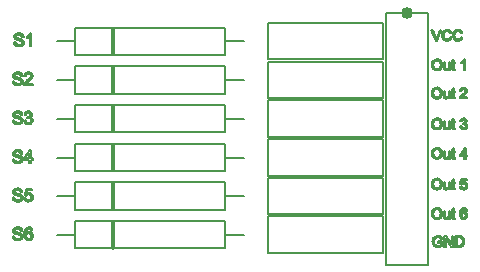
<source format=gto>
%FSLAX33Y33*%
%MOMM*%
%ADD10C,0.15*%
%ADD11C,0.3*%
%ADD12C,0.2032*%
%ADD13C,1.016*%
D10*
%LNtop silkscreen_traces*%
%LNtop silkscreen component aa053b2b8b44c2a7*%
G01*
X5775Y1770D02*
X5775Y4070D01*
X18475Y4070*
X18475Y1770*
X5775Y1770*
X5775Y2920D02*
X4210Y2920D01*
X18475Y2920D02*
X20040Y2920D01*
D11*
X8950Y1840D02*
X8950Y4000D01*
D12*
X0984Y2460D02*
X0984Y2460D01*
X1037Y2468*
X1088Y2481*
X1135Y2499*
X1178Y2522*
X1216Y2550*
X1249Y2581*
X1276Y2617*
X1297Y2655*
X1313Y2695*
X1322Y2736*
X1325Y2778*
X1322Y2820*
X1314Y2859*
X1300Y2896*
X1280Y2931*
X1255Y2962*
X1223Y2991*
X1186Y3017*
X1142Y3040*
X1103Y3055*
X1050Y3072*
X0984Y3089*
X0904Y3108*
X0904Y3108*
X0826Y3128*
X0826Y3128*
X0764Y3147*
X0764Y3147*
X0719Y3166*
X0719Y3166*
X0690Y3185*
X0690Y3185*
X0672Y3205*
X0672Y3205*
X0659Y3228*
X0659Y3228*
X0651Y3253*
X0651Y3253*
X0648Y3281*
X0648Y3281*
X0652Y3313*
X0652Y3313*
X0663Y3343*
X0663Y3343*
X0681Y3370*
X0681Y3370*
X0707Y3395*
X0707Y3395*
X0741Y3416*
X0741Y3416*
X0784Y3430*
X0784Y3430*
X0835Y3439*
X0835Y3439*
X0895Y3442*
X0895Y3442*
X0954Y3439*
X0954Y3439*
X1004Y3429*
X1004Y3429*
X1047Y3413*
X1047Y3413*
X1083Y3390*
X1083Y3390*
X1111Y3361*
X1111Y3361*
X1133Y3326*
X1133Y3326*
X1149Y3284*
X1149Y3284*
X1157Y3237*
X1293Y3247*
X1288Y3292*
X1278Y3336*
X1262Y3377*
X1240Y3415*
X1213Y3450*
X1180Y3481*
X1143Y3507*
X1100Y3528*
X1053Y3545*
X1002Y3557*
X0947Y3564*
X0890Y3567*
X0837Y3564*
X0786Y3557*
X0738Y3546*
X0693Y3530*
X0651Y3510*
X0615Y3485*
X0584Y3456*
X0558Y3423*
X0538Y3387*
X0524Y3350*
X0515Y3311*
X0512Y3271*
X0514Y3235*
X0522Y3201*
X0533Y3168*
X0550Y3138*
X0571Y3109*
X0597Y3083*
X0628Y3059*
X0664Y3038*
X0699Y3022*
X0746Y3005*
X0803Y2988*
X0871Y2971*
X0939Y2954*
X0939Y2954*
X0993Y2940*
X0993Y2940*
X1034Y2928*
X1034Y2928*
X1063Y2919*
X1063Y2919*
X1094Y2905*
X1094Y2905*
X1121Y2890*
X1121Y2890*
X1142Y2873*
X1142Y2873*
X1159Y2855*
X1159Y2855*
X1172Y2835*
X1172Y2835*
X1182Y2814*
X1182Y2814*
X1187Y2791*
X1187Y2791*
X1189Y2767*
X1189Y2766*
X1187Y2742*
X1187Y2742*
X1181Y2718*
X1181Y2718*
X1172Y2696*
X1172Y2696*
X1158Y2674*
X1158Y2674*
X1141Y2654*
X1141Y2654*
X1120Y2637*
X1120Y2637*
X1095Y2621*
X1095Y2621*
X1066Y2608*
X1065Y2608*
X1033Y2597*
X1033Y2597*
X0998Y2590*
X0998Y2590*
X0961Y2585*
X0961Y2585*
X0922Y2584*
X0922Y2584*
X0877Y2586*
X0877Y2586*
X0835Y2592*
X0835Y2592*
X0795Y2602*
X0795Y2602*
X0757Y2616*
X0757Y2616*
X0723Y2633*
X0722Y2633*
X0693Y2652*
X0693Y2652*
X0668Y2675*
X0668Y2675*
X0649Y2699*
X0648Y2699*
X0633Y2727*
X0633Y2727*
X0620Y2758*
X0620Y2758*
X0610Y2793*
X0610Y2793*
X0604Y2831*
X0471Y2820*
X0476Y2768*
X0487Y2718*
X0505Y2671*
X0530Y2627*
X0561Y2587*
X0597Y2553*
X0638Y2524*
X0684Y2500*
X0736Y2481*
X0794Y2468*
X0858Y2460*
X0928Y2457*
X0984Y2460*
X1880Y2460D02*
X1880Y2460D01*
X1924Y2469*
X1966Y2483*
X2005Y2503*
X2041Y2529*
X2073Y2559*
X2101Y2595*
X2125Y2636*
X2144Y2680*
X2158Y2726*
X2166Y2774*
X2169Y2824*
X2163Y2897*
X2145Y2963*
X2117Y3022*
X2076Y3074*
X2027Y3117*
X1974Y3147*
X1915Y3165*
X1852Y3171*
X1815Y3169*
X1778Y3162*
X1743Y3151*
X1708Y3136*
X1675Y3116*
X1644Y3092*
X1617Y3062*
X1591Y3028*
X1591Y3028*
X1594Y3105*
X1594Y3105*
X1601Y3171*
X1601Y3171*
X1612Y3229*
X1612Y3229*
X1628Y3277*
X1628Y3277*
X1648Y3318*
X1648Y3318*
X1671Y3354*
X1671Y3354*
X1697Y3385*
X1697Y3385*
X1726Y3410*
X1726Y3410*
X1751Y3425*
X1751Y3425*
X1778Y3436*
X1778Y3436*
X1807Y3443*
X1807Y3443*
X1837Y3445*
X1837Y3445*
X1875Y3442*
X1875Y3442*
X1910Y3431*
X1910Y3431*
X1941Y3413*
X1941Y3413*
X1969Y3389*
X1970Y3389*
X1985Y3368*
X1985Y3368*
X1998Y3343*
X1998Y3343*
X2010Y3312*
X2010Y3312*
X2019Y3276*
X2149Y3286*
X2137Y3345*
X2117Y3397*
X2089Y3443*
X2053Y3482*
X2009Y3513*
X1960Y3535*
X1906Y3548*
X1845Y3553*
X1765Y3545*
X1693Y3522*
X1630Y3484*
X1575Y3430*
X1525Y3349*
X1489Y3246*
X1468Y3122*
X1461Y2977*
X1467Y2848*
X1487Y2739*
X1519Y2649*
X1565Y2578*
X1620Y2525*
X1684Y2487*
X1754Y2465*
X1833Y2457*
X1880Y2460*
X1612Y2823D02*
X1612Y2823D01*
X1614Y2789*
X1619Y2756*
X1628Y2724*
X1641Y2693*
X1657Y2663*
X1675Y2638*
X1697Y2616*
X1722Y2598*
X1748Y2583*
X1775Y2573*
X1802Y2567*
X1831Y2565*
X1871Y2569*
X1908Y2582*
X1943Y2603*
X1974Y2632*
X2001Y2669*
X2019Y2712*
X2031Y2761*
X2034Y2816*
X2031Y2868*
X2019Y2915*
X2001Y2956*
X1975Y2991*
X1943Y3019*
X1908Y3039*
X1869Y3051*
X1826Y3055*
X1783Y3051*
X1743Y3039*
X1707Y3019*
X1674Y2991*
X1647Y2956*
X1627Y2917*
X1616Y2872*
X1612Y2823*
%LNtop silkscreen component 36decfb3b589174a*%
D10*
X5775Y18145D02*
X5775Y20445D01*
X18475Y20445*
X18475Y18145*
X5775Y18145*
X5775Y19295D02*
X4210Y19295D01*
X18475Y19295D02*
X20040Y19295D01*
D11*
X8950Y18215D02*
X8950Y20375D01*
D12*
X1084Y18885D02*
X1084Y18885D01*
X1137Y18893*
X1188Y18906*
X1235Y18924*
X1278Y18947*
X1316Y18975*
X1349Y19006*
X1376Y19042*
X1397Y19080*
X1413Y19120*
X1422Y19161*
X1425Y19203*
X1422Y19245*
X1414Y19284*
X1400Y19321*
X1380Y19356*
X1355Y19387*
X1323Y19416*
X1286Y19442*
X1242Y19465*
X1203Y19480*
X1150Y19497*
X1084Y19514*
X1004Y19533*
X1004Y19533*
X0926Y19553*
X0926Y19553*
X0864Y19572*
X0864Y19572*
X0819Y19591*
X0819Y19591*
X0790Y19610*
X0790Y19610*
X0772Y19630*
X0772Y19630*
X0759Y19653*
X0759Y19653*
X0751Y19678*
X0751Y19678*
X0748Y19706*
X0748Y19706*
X0752Y19738*
X0752Y19738*
X0763Y19768*
X0763Y19768*
X0781Y19795*
X0781Y19795*
X0807Y19820*
X0807Y19820*
X0841Y19841*
X0841Y19841*
X0884Y19855*
X0884Y19855*
X0935Y19864*
X0935Y19864*
X0995Y19867*
X0995Y19867*
X1054Y19864*
X1054Y19864*
X1104Y19854*
X1104Y19854*
X1147Y19838*
X1147Y19838*
X1183Y19815*
X1183Y19815*
X1211Y19786*
X1211Y19786*
X1233Y19751*
X1233Y19751*
X1249Y19709*
X1249Y19709*
X1257Y19662*
X1393Y19672*
X1388Y19717*
X1378Y19761*
X1362Y19802*
X1340Y19840*
X1313Y19875*
X1280Y19906*
X1243Y19932*
X1200Y19953*
X1153Y19970*
X1102Y19982*
X1047Y19989*
X0990Y19992*
X0937Y19989*
X0886Y19982*
X0838Y19971*
X0793Y19955*
X0751Y19935*
X0715Y19910*
X0684Y19881*
X0658Y19848*
X0638Y19812*
X0624Y19775*
X0615Y19736*
X0612Y19696*
X0614Y19660*
X0622Y19626*
X0633Y19593*
X0650Y19563*
X0671Y19534*
X0697Y19508*
X0728Y19484*
X0764Y19463*
X0799Y19447*
X0846Y19430*
X0903Y19413*
X0971Y19396*
X1039Y19379*
X1039Y19379*
X1093Y19365*
X1093Y19365*
X1134Y19353*
X1134Y19353*
X1163Y19344*
X1163Y19344*
X1194Y19330*
X1194Y19330*
X1221Y19315*
X1221Y19315*
X1242Y19298*
X1242Y19298*
X1259Y19280*
X1259Y19280*
X1272Y19260*
X1272Y19260*
X1282Y19239*
X1282Y19239*
X1287Y19216*
X1287Y19216*
X1289Y19192*
X1289Y19191*
X1287Y19167*
X1287Y19167*
X1281Y19143*
X1281Y19143*
X1272Y19121*
X1272Y19121*
X1258Y19099*
X1258Y19099*
X1241Y19079*
X1241Y19079*
X1220Y19062*
X1220Y19062*
X1195Y19046*
X1195Y19046*
X1166Y19033*
X1165Y19033*
X1133Y19022*
X1133Y19022*
X1098Y19015*
X1098Y19015*
X1061Y19010*
X1061Y19010*
X1022Y19009*
X1022Y19009*
X0977Y19011*
X0977Y19011*
X0935Y19017*
X0935Y19017*
X0895Y19027*
X0895Y19027*
X0857Y19041*
X0857Y19041*
X0823Y19058*
X0822Y19058*
X0793Y19077*
X0793Y19077*
X0768Y19100*
X0768Y19100*
X0749Y19124*
X0748Y19124*
X0733Y19152*
X0733Y19152*
X0720Y19183*
X0720Y19183*
X0710Y19218*
X0710Y19218*
X0704Y19256*
X0571Y19245*
X0576Y19193*
X0587Y19143*
X0605Y19096*
X0630Y19052*
X0661Y19012*
X0697Y18978*
X0738Y18949*
X0784Y18925*
X0836Y18906*
X0894Y18893*
X0958Y18885*
X1028Y18882*
X1084Y18885*
X2062Y19978D02*
X2062Y19978D01*
X1978Y19978*
X1958Y19943*
X1958Y19943*
X1931Y19907*
X1931Y19907*
X1899Y19871*
X1899Y19871*
X1861Y19834*
X1861Y19834*
X1818Y19799*
X1818Y19799*
X1771Y19766*
X1771Y19766*
X1721Y19736*
X1721Y19736*
X1668Y19708*
X1668Y19582*
X1699Y19594*
X1732Y19610*
X1768Y19628*
X1806Y19650*
X1842Y19672*
X1875Y19695*
X1905Y19718*
X1931Y19741*
X1931Y19740*
X1931Y18901*
X2062Y18901*
X2062Y19978*
%LNtop silkscreen component 986be4f80f1d9bf1*%
D10*
X22115Y4652D02*
X22115Y7743D01*
X31835Y7743*
X31835Y4652*
X22115Y4652*
%LNtop silkscreen component 0bb50c3a370a5149*%
X5775Y5045D02*
X5775Y7345D01*
X18475Y7345*
X18475Y5045*
X5775Y5045*
X5775Y6195D02*
X4210Y6195D01*
X18475Y6195D02*
X20040Y6195D01*
D11*
X8950Y5115D02*
X8950Y7275D01*
D12*
X0984Y5735D02*
X0984Y5735D01*
X1037Y5743*
X1088Y5756*
X1135Y5774*
X1178Y5797*
X1216Y5825*
X1249Y5856*
X1276Y5892*
X1297Y5930*
X1313Y5970*
X1322Y6011*
X1325Y6053*
X1322Y6095*
X1314Y6134*
X1300Y6171*
X1280Y6206*
X1255Y6237*
X1223Y6266*
X1186Y6292*
X1142Y6315*
X1103Y6330*
X1050Y6347*
X0984Y6364*
X0904Y6383*
X0904Y6383*
X0826Y6403*
X0826Y6403*
X0764Y6422*
X0764Y6422*
X0719Y6441*
X0719Y6441*
X0690Y6460*
X0690Y6460*
X0672Y6480*
X0672Y6480*
X0659Y6503*
X0659Y6503*
X0651Y6528*
X0651Y6528*
X0648Y6556*
X0648Y6556*
X0652Y6588*
X0652Y6588*
X0663Y6618*
X0663Y6618*
X0681Y6645*
X0681Y6645*
X0707Y6670*
X0707Y6670*
X0741Y6691*
X0741Y6691*
X0784Y6705*
X0784Y6705*
X0835Y6714*
X0835Y6714*
X0895Y6717*
X0895Y6717*
X0954Y6714*
X0954Y6714*
X1004Y6704*
X1004Y6704*
X1047Y6688*
X1047Y6688*
X1083Y6665*
X1083Y6665*
X1111Y6636*
X1111Y6636*
X1133Y6601*
X1133Y6601*
X1149Y6559*
X1149Y6559*
X1157Y6512*
X1293Y6522*
X1288Y6567*
X1278Y6611*
X1262Y6652*
X1240Y6690*
X1213Y6725*
X1180Y6756*
X1143Y6782*
X1100Y6803*
X1053Y6820*
X1002Y6832*
X0947Y6839*
X0890Y6842*
X0837Y6839*
X0786Y6832*
X0738Y6821*
X0693Y6805*
X0651Y6785*
X0615Y6760*
X0584Y6731*
X0558Y6698*
X0538Y6662*
X0524Y6625*
X0515Y6586*
X0512Y6546*
X0514Y6510*
X0522Y6476*
X0533Y6443*
X0550Y6413*
X0571Y6384*
X0597Y6358*
X0628Y6334*
X0664Y6313*
X0699Y6297*
X0746Y6280*
X0803Y6263*
X0871Y6246*
X0939Y6229*
X0939Y6229*
X0993Y6215*
X0993Y6215*
X1034Y6203*
X1034Y6203*
X1063Y6194*
X1063Y6194*
X1094Y6180*
X1094Y6180*
X1121Y6165*
X1121Y6165*
X1142Y6148*
X1142Y6148*
X1159Y6130*
X1159Y6130*
X1172Y6110*
X1172Y6110*
X1182Y6089*
X1182Y6089*
X1187Y6066*
X1187Y6066*
X1189Y6042*
X1189Y6041*
X1187Y6017*
X1187Y6017*
X1181Y5993*
X1181Y5993*
X1172Y5971*
X1172Y5971*
X1158Y5949*
X1158Y5949*
X1141Y5929*
X1141Y5929*
X1120Y5912*
X1120Y5912*
X1095Y5896*
X1095Y5896*
X1066Y5883*
X1065Y5883*
X1033Y5872*
X1033Y5872*
X0998Y5865*
X0998Y5865*
X0961Y5860*
X0961Y5860*
X0922Y5859*
X0922Y5859*
X0877Y5861*
X0877Y5861*
X0835Y5867*
X0835Y5867*
X0795Y5877*
X0795Y5877*
X0757Y5891*
X0757Y5891*
X0723Y5908*
X0722Y5908*
X0693Y5927*
X0693Y5927*
X0668Y5950*
X0668Y5950*
X0649Y5974*
X0648Y5974*
X0633Y6002*
X0633Y6002*
X0620Y6033*
X0620Y6033*
X0610Y6068*
X0610Y6068*
X0604Y6106*
X0471Y6095*
X0476Y6043*
X0487Y5993*
X0505Y5946*
X0530Y5902*
X0561Y5862*
X0597Y5828*
X0638Y5799*
X0684Y5775*
X0736Y5756*
X0794Y5743*
X0858Y5735*
X0928Y5732*
X0984Y5735*
X1895Y5740D02*
X1895Y5740D01*
X1971Y5765*
X2036Y5805*
X2093Y5862*
X2130Y5918*
X2156Y5978*
X2172Y6044*
X2177Y6114*
X2171Y6187*
X2153Y6253*
X2123Y6312*
X2081Y6364*
X2030Y6407*
X1973Y6437*
X1911Y6455*
X1844Y6461*
X1791Y6457*
X1740Y6445*
X1690Y6424*
X1641Y6394*
X1640Y6394*
X1698Y6683*
X1699Y6684*
X2127Y6684*
X2127Y6809*
X1594Y6809*
X1490Y6258*
X1613Y6242*
X1629Y6264*
X1629Y6264*
X1648Y6284*
X1648Y6284*
X1669Y6301*
X1669Y6301*
X1693Y6317*
X1694Y6317*
X1720Y6330*
X1720Y6330*
X1748Y6339*
X1748Y6339*
X1778Y6344*
X1778Y6344*
X1809Y6346*
X1809Y6346*
X1858Y6342*
X1858Y6342*
X1902Y6330*
X1902Y6330*
X1941Y6309*
X1941Y6309*
X1975Y6281*
X1975Y6281*
X2003Y6245*
X2003Y6245*
X2023Y6203*
X2023Y6203*
X2035Y6156*
X2035Y6156*
X2038Y6102*
X2038Y6102*
X2034Y6046*
X2034Y6046*
X2022Y5995*
X2022Y5995*
X2001Y5950*
X2001Y5950*
X1972Y5912*
X1972Y5912*
X1938Y5880*
X1938Y5880*
X1899Y5858*
X1899Y5858*
X1857Y5844*
X1857Y5844*
X1811Y5840*
X1811Y5840*
X1773Y5843*
X1773Y5843*
X1737Y5852*
X1737Y5852*
X1705Y5868*
X1705Y5868*
X1675Y5891*
X1675Y5891*
X1650Y5919*
X1650Y5919*
X1629Y5954*
X1629Y5954*
X1614Y5995*
X1614Y5995*
X1604Y6042*
X1467Y6031*
X1478Y5967*
X1499Y5909*
X1531Y5858*
X1572Y5814*
X1622Y5778*
X1678Y5753*
X1741Y5737*
X1811Y5732*
X1895Y5740*
%LNtop silkscreen component 80dffd5b6eb86aff*%
D10*
X32080Y21710D02*
X35620Y21710D01*
X32080Y21710D02*
X32080Y0390D01*
X35620Y0390*
X35620Y21710*
D13*
X33850Y21718D03*
%LNtop silkscreen component 4f20bd0a8d4d9c9b*%
D10*
X22115Y11205D02*
X22115Y14296D01*
X31835Y14296*
X31835Y11205*
X22115Y11205*
%LNtop silkscreen component c320a72a683a2ea0*%
X5775Y11595D02*
X5775Y13895D01*
X18475Y13895*
X18475Y11595*
X5775Y11595*
X5775Y12745D02*
X4210Y12745D01*
X18475Y12745D02*
X20040Y12745D01*
D11*
X8950Y11665D02*
X8950Y13825D01*
D12*
X0984Y12285D02*
X0984Y12285D01*
X1037Y12293*
X1088Y12306*
X1135Y12324*
X1178Y12347*
X1216Y12375*
X1249Y12406*
X1276Y12442*
X1297Y12480*
X1313Y12520*
X1322Y12561*
X1325Y12603*
X1322Y12645*
X1314Y12684*
X1300Y12721*
X1280Y12756*
X1255Y12787*
X1223Y12816*
X1186Y12842*
X1142Y12865*
X1103Y12880*
X1050Y12897*
X0984Y12914*
X0904Y12933*
X0904Y12933*
X0826Y12953*
X0826Y12953*
X0764Y12972*
X0764Y12972*
X0719Y12991*
X0719Y12991*
X0690Y13010*
X0690Y13010*
X0672Y13030*
X0672Y13030*
X0659Y13053*
X0659Y13053*
X0651Y13078*
X0651Y13078*
X0648Y13106*
X0648Y13106*
X0652Y13138*
X0652Y13138*
X0663Y13168*
X0663Y13168*
X0681Y13195*
X0681Y13195*
X0707Y13220*
X0707Y13220*
X0741Y13241*
X0741Y13241*
X0784Y13255*
X0784Y13255*
X0835Y13264*
X0835Y13264*
X0895Y13267*
X0895Y13267*
X0954Y13264*
X0954Y13264*
X1004Y13254*
X1004Y13254*
X1047Y13238*
X1047Y13238*
X1083Y13215*
X1083Y13215*
X1111Y13186*
X1111Y13186*
X1133Y13151*
X1133Y13151*
X1149Y13109*
X1149Y13109*
X1157Y13062*
X1293Y13072*
X1288Y13117*
X1278Y13161*
X1262Y13202*
X1240Y13240*
X1213Y13275*
X1180Y13306*
X1143Y13332*
X1100Y13353*
X1053Y13370*
X1002Y13382*
X0947Y13389*
X0890Y13392*
X0837Y13389*
X0786Y13382*
X0738Y13371*
X0693Y13355*
X0651Y13335*
X0615Y13310*
X0584Y13281*
X0558Y13248*
X0538Y13212*
X0524Y13175*
X0515Y13136*
X0512Y13096*
X0514Y13060*
X0522Y13026*
X0533Y12993*
X0550Y12963*
X0571Y12934*
X0597Y12908*
X0628Y12884*
X0664Y12863*
X0699Y12847*
X0746Y12830*
X0803Y12813*
X0871Y12796*
X0939Y12779*
X0939Y12779*
X0993Y12765*
X0993Y12765*
X1034Y12753*
X1034Y12753*
X1063Y12744*
X1063Y12744*
X1094Y12730*
X1094Y12730*
X1121Y12715*
X1121Y12715*
X1142Y12698*
X1142Y12698*
X1159Y12680*
X1159Y12680*
X1172Y12660*
X1172Y12660*
X1182Y12639*
X1182Y12639*
X1187Y12616*
X1187Y12616*
X1189Y12592*
X1189Y12591*
X1187Y12567*
X1187Y12567*
X1181Y12543*
X1181Y12543*
X1172Y12521*
X1172Y12521*
X1158Y12499*
X1158Y12499*
X1141Y12479*
X1141Y12479*
X1120Y12462*
X1120Y12462*
X1095Y12446*
X1095Y12446*
X1066Y12433*
X1065Y12433*
X1033Y12422*
X1033Y12422*
X0998Y12415*
X0998Y12415*
X0961Y12410*
X0961Y12410*
X0922Y12409*
X0922Y12409*
X0877Y12411*
X0877Y12411*
X0835Y12417*
X0835Y12417*
X0795Y12427*
X0795Y12427*
X0757Y12441*
X0757Y12441*
X0723Y12458*
X0722Y12458*
X0693Y12477*
X0693Y12477*
X0668Y12500*
X0668Y12500*
X0649Y12524*
X0648Y12524*
X0633Y12552*
X0633Y12552*
X0620Y12583*
X0620Y12583*
X0610Y12618*
X0610Y12618*
X0604Y12656*
X0471Y12645*
X0476Y12593*
X0487Y12543*
X0505Y12496*
X0530Y12452*
X0561Y12412*
X0597Y12378*
X0638Y12349*
X0684Y12325*
X0736Y12306*
X0794Y12293*
X0858Y12285*
X0928Y12282*
X0984Y12285*
X1883Y12288D02*
X1883Y12288D01*
X1951Y12306*
X2012Y12336*
X2067Y12379*
X2112Y12431*
X2144Y12487*
X2163Y12550*
X2169Y12617*
X2166Y12667*
X2156Y12712*
X2140Y12753*
X2117Y12790*
X2088Y12822*
X2053Y12847*
X2014Y12867*
X1969Y12881*
X1969Y12882*
X2003Y12900*
X2033Y12921*
X2058Y12946*
X2079Y12973*
X2096Y13002*
X2107Y13033*
X2114Y13065*
X2117Y13099*
X2114Y13135*
X2107Y13170*
X2095Y13204*
X2077Y13237*
X2056Y13268*
X2030Y13295*
X1999Y13319*
X1965Y13340*
X1927Y13356*
X1887Y13368*
X1846Y13375*
X1803Y13378*
X1742Y13373*
X1686Y13359*
X1635Y13337*
X1590Y13305*
X1551Y13265*
X1520Y13217*
X1496Y13162*
X1481Y13100*
X1611Y13077*
X1621Y13122*
X1621Y13122*
X1635Y13161*
X1635Y13161*
X1654Y13194*
X1654Y13195*
X1677Y13222*
X1677Y13222*
X1705Y13243*
X1705Y13243*
X1735Y13258*
X1735Y13258*
X1769Y13267*
X1769Y13267*
X1806Y13270*
X1806Y13270*
X1843Y13267*
X1843Y13267*
X1876Y13258*
X1877Y13258*
X1906Y13243*
X1906Y13243*
X1933Y13223*
X1933Y13222*
X1954Y13197*
X1954Y13197*
X1970Y13169*
X1970Y13168*
X1979Y13137*
X1979Y13137*
X1982Y13102*
X1982Y13102*
X1978Y13059*
X1978Y13059*
X1965Y13022*
X1965Y13022*
X1944Y12991*
X1944Y12991*
X1915Y12966*
X1914Y12966*
X1880Y12947*
X1880Y12947*
X1843Y12933*
X1843Y12933*
X1804Y12925*
X1804Y12925*
X1763Y12922*
X1763Y12922*
X1758Y12922*
X1758Y12922*
X1753Y12922*
X1753Y12922*
X1748Y12923*
X1748Y12923*
X1742Y12923*
X1727Y12809*
X1753Y12815*
X1753Y12815*
X1778Y12820*
X1778Y12820*
X1800Y12823*
X1800Y12823*
X1820Y12823*
X1820Y12823*
X1864Y12820*
X1864Y12820*
X1903Y12809*
X1903Y12809*
X1939Y12790*
X1939Y12790*
X1971Y12764*
X1971Y12764*
X1997Y12733*
X1997Y12733*
X2016Y12697*
X2016Y12697*
X2027Y12658*
X2027Y12658*
X2030Y12614*
X2030Y12614*
X2026Y12568*
X2026Y12568*
X2014Y12527*
X2014Y12526*
X1994Y12488*
X1994Y12488*
X1966Y12454*
X1966Y12454*
X1932Y12426*
X1932Y12426*
X1895Y12406*
X1895Y12406*
X1854Y12394*
X1854Y12394*
X1809Y12390*
X1809Y12390*
X1771Y12393*
X1771Y12393*
X1736Y12402*
X1736Y12402*
X1704Y12417*
X1704Y12417*
X1675Y12439*
X1675Y12439*
X1650Y12468*
X1650Y12468*
X1629Y12504*
X1629Y12504*
X1611Y12549*
X1611Y12549*
X1598Y12600*
X1467Y12583*
X1479Y12520*
X1500Y12462*
X1532Y12411*
X1574Y12366*
X1623Y12329*
X1679Y12302*
X1740Y12287*
X1808Y12281*
X1883Y12288*
%LNtop silkscreen component 15e11586f61a9aeb*%
D10*
X5775Y14870D02*
X5775Y17170D01*
X18475Y17170*
X18475Y14870*
X5775Y14870*
X5775Y16020D02*
X4210Y16020D01*
X18475Y16020D02*
X20040Y16020D01*
D11*
X8950Y14940D02*
X8950Y17100D01*
D12*
X0984Y15585D02*
X0984Y15585D01*
X1037Y15593*
X1088Y15606*
X1135Y15624*
X1178Y15647*
X1216Y15675*
X1249Y15706*
X1276Y15742*
X1297Y15780*
X1313Y15820*
X1322Y15861*
X1325Y15903*
X1322Y15945*
X1314Y15984*
X1300Y16021*
X1280Y16056*
X1255Y16087*
X1223Y16116*
X1186Y16142*
X1142Y16165*
X1103Y16180*
X1050Y16197*
X0984Y16214*
X0904Y16233*
X0904Y16233*
X0826Y16253*
X0826Y16253*
X0764Y16272*
X0764Y16272*
X0719Y16291*
X0719Y16291*
X0690Y16310*
X0690Y16310*
X0672Y16330*
X0672Y16330*
X0659Y16353*
X0659Y16353*
X0651Y16378*
X0651Y16378*
X0648Y16406*
X0648Y16406*
X0652Y16438*
X0652Y16438*
X0663Y16468*
X0663Y16468*
X0681Y16495*
X0681Y16495*
X0707Y16520*
X0707Y16520*
X0741Y16541*
X0741Y16541*
X0784Y16555*
X0784Y16555*
X0835Y16564*
X0835Y16564*
X0895Y16567*
X0895Y16567*
X0954Y16564*
X0954Y16564*
X1004Y16554*
X1004Y16554*
X1047Y16538*
X1047Y16538*
X1083Y16515*
X1083Y16515*
X1111Y16486*
X1111Y16486*
X1133Y16451*
X1133Y16451*
X1149Y16409*
X1149Y16409*
X1157Y16362*
X1293Y16372*
X1288Y16417*
X1278Y16461*
X1262Y16502*
X1240Y16540*
X1213Y16575*
X1180Y16606*
X1143Y16632*
X1100Y16653*
X1053Y16670*
X1002Y16682*
X0947Y16689*
X0890Y16692*
X0837Y16689*
X0786Y16682*
X0738Y16671*
X0693Y16655*
X0651Y16635*
X0615Y16610*
X0584Y16581*
X0558Y16548*
X0538Y16512*
X0524Y16475*
X0515Y16436*
X0512Y16396*
X0514Y16360*
X0522Y16326*
X0533Y16293*
X0550Y16263*
X0571Y16234*
X0597Y16208*
X0628Y16184*
X0664Y16163*
X0699Y16147*
X0746Y16130*
X0803Y16113*
X0871Y16096*
X0939Y16079*
X0939Y16079*
X0993Y16065*
X0993Y16065*
X1034Y16053*
X1034Y16053*
X1063Y16044*
X1063Y16044*
X1094Y16030*
X1094Y16030*
X1121Y16015*
X1121Y16015*
X1142Y15998*
X1142Y15998*
X1159Y15980*
X1159Y15980*
X1172Y15960*
X1172Y15960*
X1182Y15939*
X1182Y15939*
X1187Y15916*
X1187Y15916*
X1189Y15892*
X1189Y15891*
X1187Y15867*
X1187Y15867*
X1181Y15843*
X1181Y15843*
X1172Y15821*
X1172Y15821*
X1158Y15799*
X1158Y15799*
X1141Y15779*
X1141Y15779*
X1120Y15762*
X1120Y15762*
X1095Y15746*
X1095Y15746*
X1066Y15733*
X1065Y15733*
X1033Y15722*
X1033Y15722*
X0998Y15715*
X0998Y15715*
X0961Y15710*
X0961Y15710*
X0922Y15709*
X0922Y15709*
X0877Y15711*
X0877Y15711*
X0835Y15717*
X0835Y15717*
X0795Y15727*
X0795Y15727*
X0757Y15741*
X0757Y15741*
X0723Y15758*
X0722Y15758*
X0693Y15777*
X0693Y15777*
X0668Y15800*
X0668Y15800*
X0649Y15824*
X0648Y15824*
X0633Y15852*
X0633Y15852*
X0620Y15883*
X0620Y15883*
X0610Y15918*
X0610Y15918*
X0604Y15956*
X0471Y15945*
X0476Y15893*
X0487Y15843*
X0505Y15796*
X0530Y15752*
X0561Y15712*
X0597Y15678*
X0638Y15649*
X0684Y15625*
X0736Y15606*
X0794Y15593*
X0858Y15585*
X0928Y15582*
X0984Y15585*
X2158Y15726D02*
X2158Y15726D01*
X1632Y15726*
X1632Y15727*
X1644Y15745*
X1644Y15745*
X1657Y15763*
X1657Y15763*
X1671Y15781*
X1671Y15781*
X1688Y15798*
X1688Y15798*
X1710Y15820*
X1710Y15820*
X1742Y15850*
X1742Y15850*
X1786Y15888*
X1786Y15888*
X1840Y15934*
X1906Y15990*
X1962Y16041*
X2007Y16085*
X2043Y16123*
X2071Y16157*
X2096Y16190*
X2115Y16222*
X2131Y16254*
X2142Y16285*
X2150Y16316*
X2155Y16348*
X2157Y16380*
X2151Y16441*
X2134Y16496*
X2106Y16547*
X2067Y16592*
X2018Y16629*
X1961Y16656*
X1896Y16672*
X1823Y16678*
X1750Y16673*
X1685Y16658*
X1628Y16633*
X1579Y16598*
X1539Y16554*
X1508Y16501*
X1486Y16439*
X1475Y16368*
X1609Y16354*
X1613Y16402*
X1613Y16402*
X1624Y16444*
X1624Y16444*
X1642Y16481*
X1642Y16481*
X1667Y16512*
X1667Y16512*
X1698Y16537*
X1698Y16537*
X1734Y16555*
X1734Y16555*
X1774Y16566*
X1774Y16566*
X1820Y16570*
X1820Y16570*
X1863Y16566*
X1863Y16566*
X1901Y16556*
X1902Y16556*
X1936Y16539*
X1936Y16539*
X1966Y16516*
X1966Y16516*
X1991Y16487*
X1991Y16487*
X2008Y16455*
X2008Y16455*
X2019Y16421*
X2019Y16421*
X2022Y16383*
X2022Y16383*
X2019Y16345*
X2019Y16345*
X2007Y16306*
X2007Y16306*
X1988Y16266*
X1988Y16265*
X1961Y16224*
X1961Y16224*
X1923Y16178*
X1923Y16178*
X1871Y16125*
X1871Y16125*
X1805Y16065*
X1805Y16065*
X1724Y15997*
X1724Y15997*
X1671Y15952*
X1625Y15910*
X1585Y15871*
X1552Y15834*
X1524Y15799*
X1500Y15763*
X1481Y15727*
X1465Y15691*
X1458Y15669*
X1453Y15647*
X1450Y15624*
X1450Y15601*
X2158Y15601*
X2158Y15726*
%LNtop silkscreen component 8a836d5557ec19b0*%
D10*
X22115Y1376D02*
X22115Y4466D01*
X31835Y4466*
X31835Y1376*
X22115Y1376*
%LNtop silkscreen component 865dd7107b8a0880*%
X5775Y8300D02*
X5775Y10600D01*
X18475Y10600*
X18475Y8300*
X5775Y8300*
X5775Y9450D02*
X4210Y9450D01*
X18475Y9450D02*
X20040Y9450D01*
D11*
X8950Y8370D02*
X8950Y10530D01*
D12*
X0984Y8990D02*
X0984Y8990D01*
X1037Y8998*
X1088Y9011*
X1135Y9029*
X1178Y9052*
X1216Y9080*
X1249Y9111*
X1276Y9147*
X1297Y9185*
X1313Y9225*
X1322Y9266*
X1325Y9308*
X1322Y9350*
X1314Y9389*
X1300Y9426*
X1280Y9461*
X1255Y9492*
X1223Y9521*
X1186Y9547*
X1142Y9570*
X1103Y9585*
X1050Y9602*
X0984Y9619*
X0904Y9638*
X0904Y9638*
X0826Y9658*
X0826Y9658*
X0764Y9677*
X0764Y9677*
X0719Y9696*
X0719Y9696*
X0690Y9715*
X0690Y9715*
X0672Y9735*
X0672Y9735*
X0659Y9758*
X0659Y9758*
X0651Y9783*
X0651Y9783*
X0648Y9811*
X0648Y9811*
X0652Y9843*
X0652Y9843*
X0663Y9873*
X0663Y9873*
X0681Y9900*
X0681Y9900*
X0707Y9925*
X0707Y9925*
X0741Y9946*
X0741Y9946*
X0784Y9960*
X0784Y9960*
X0835Y9969*
X0835Y9969*
X0895Y9972*
X0895Y9972*
X0954Y9969*
X0954Y9969*
X1004Y9959*
X1004Y9959*
X1047Y9943*
X1047Y9943*
X1083Y9920*
X1083Y9920*
X1111Y9891*
X1111Y9891*
X1133Y9856*
X1133Y9856*
X1149Y9814*
X1149Y9814*
X1157Y9767*
X1293Y9777*
X1288Y9822*
X1278Y9866*
X1262Y9907*
X1240Y9945*
X1213Y9980*
X1180Y10011*
X1143Y10037*
X1100Y10058*
X1053Y10075*
X1002Y10087*
X0947Y10094*
X0890Y10097*
X0837Y10094*
X0786Y10087*
X0738Y10076*
X0693Y10060*
X0651Y10040*
X0615Y10015*
X0584Y9986*
X0558Y9953*
X0538Y9917*
X0524Y9880*
X0515Y9841*
X0512Y9801*
X0514Y9765*
X0522Y9731*
X0533Y9698*
X0550Y9668*
X0571Y9639*
X0597Y9613*
X0628Y9589*
X0664Y9568*
X0699Y9552*
X0746Y9535*
X0803Y9518*
X0871Y9501*
X0939Y9484*
X0939Y9484*
X0993Y9470*
X0993Y9470*
X1034Y9458*
X1034Y9458*
X1063Y9449*
X1063Y9449*
X1094Y9435*
X1094Y9435*
X1121Y9420*
X1121Y9420*
X1142Y9403*
X1142Y9403*
X1159Y9385*
X1159Y9385*
X1172Y9365*
X1172Y9365*
X1182Y9344*
X1182Y9344*
X1187Y9321*
X1187Y9321*
X1189Y9297*
X1189Y9296*
X1187Y9272*
X1187Y9272*
X1181Y9248*
X1181Y9248*
X1172Y9226*
X1172Y9226*
X1158Y9204*
X1158Y9204*
X1141Y9184*
X1141Y9184*
X1120Y9167*
X1120Y9167*
X1095Y9151*
X1095Y9151*
X1066Y9138*
X1065Y9138*
X1033Y9127*
X1033Y9127*
X0998Y9120*
X0998Y9120*
X0961Y9115*
X0961Y9115*
X0922Y9114*
X0922Y9114*
X0877Y9116*
X0877Y9116*
X0835Y9122*
X0835Y9122*
X0795Y9132*
X0795Y9132*
X0757Y9146*
X0757Y9146*
X0723Y9163*
X0722Y9163*
X0693Y9182*
X0693Y9182*
X0668Y9205*
X0668Y9205*
X0649Y9229*
X0648Y9229*
X0633Y9257*
X0633Y9257*
X0620Y9288*
X0620Y9288*
X0610Y9323*
X0610Y9323*
X0604Y9361*
X0471Y9350*
X0476Y9298*
X0487Y9248*
X0505Y9201*
X0530Y9157*
X0561Y9117*
X0597Y9083*
X0638Y9054*
X0684Y9030*
X0736Y9011*
X0794Y8998*
X0858Y8990*
X0928Y8987*
X0984Y8990*
X2020Y9262D02*
X2020Y9262D01*
X2020Y9263*
X2165Y9263*
X2165Y9382*
X2020Y9382*
X2020Y9383*
X2020Y10078*
X1913Y10078*
X1423Y9383*
X1423Y9263*
X1889Y9263*
X1889Y9262*
X1889Y9006*
X2020Y9006*
X2020Y9262*
X1888Y9865D02*
X1888Y9865D01*
X1553Y9383*
X1888Y9383*
X1888Y9865*
%LNtop silkscreen component fb8cf3b87e344d74*%
D10*
X22115Y17759D02*
X22115Y20849D01*
X31835Y20849*
X31835Y17759*
X22115Y17759*
%LNtop silkscreen component 0cc1bf44659db686*%
X22115Y7929D02*
X22115Y11020D01*
X31835Y11020*
X31835Y7929*
X22115Y7929*
%LNtop silkscreen component 7225d21d50f4679b*%
X22115Y14482D02*
X22115Y17573D01*
X31835Y17573*
X31835Y14482*
X22115Y14482*
%LNtext*%
D12*
X36454Y16854D02*
X36454Y16854D01*
X36510Y16864*
X36565Y16882*
X36617Y16906*
X36665Y16937*
X36707Y16975*
X36744Y17020*
X36775Y17071*
X36799Y17127*
X36816Y17187*
X36827Y17251*
X36830Y17318*
X36827Y17385*
X36817Y17447*
X36800Y17507*
X36777Y17562*
X36748Y17613*
X36712Y17658*
X36671Y17697*
X36623Y17730*
X36571Y17756*
X36516Y17775*
X36458Y17786*
X36397Y17790*
X36305Y17782*
X36222Y17758*
X36148Y17718*
X36083Y17662*
X36030Y17592*
X35992Y17509*
X35969Y17415*
X35962Y17308*
X35965Y17249*
X35975Y17191*
X35991Y17135*
X36014Y17081*
X36043Y17030*
X36078Y16985*
X36119Y16946*
X36167Y16912*
X36219Y16885*
X36275Y16865*
X36334Y16854*
X36396Y16850*
X36454Y16854*
X36085Y17306D02*
X36085Y17306D01*
X36091Y17228*
X36108Y17159*
X36135Y17099*
X36174Y17047*
X36221Y17006*
X36273Y16976*
X36332Y16958*
X36395Y16952*
X36460Y16958*
X36519Y16976*
X36572Y17006*
X36619Y17048*
X36657Y17101*
X36685Y17163*
X36701Y17236*
X36707Y17319*
X36704Y17373*
X36697Y17423*
X36686Y17470*
X36669Y17513*
X36648Y17552*
X36623Y17586*
X36593Y17616*
X36559Y17641*
X36522Y17661*
X36483Y17675*
X36441Y17684*
X36397Y17687*
X36336Y17681*
X36279Y17665*
X36226Y17637*
X36178Y17599*
X36137Y17548*
X36108Y17482*
X36091Y17401*
X36085Y17306*
X37257Y16858D02*
X37257Y16858D01*
X37312Y16878*
X37361Y16913*
X37403Y16962*
X37404Y16962*
X37404Y16866*
X37503Y16866*
X37503Y17523*
X37392Y17523*
X37392Y17171*
X37392Y17171*
X37391Y17131*
X37391Y17131*
X37387Y17096*
X37387Y17096*
X37382Y17067*
X37382Y17067*
X37374Y17042*
X37374Y17042*
X37363Y17021*
X37363Y17021*
X37349Y17002*
X37349Y17002*
X37332Y16986*
X37332Y16986*
X37311Y16972*
X37311Y16972*
X37289Y16960*
X37289Y16960*
X37265Y16952*
X37265Y16952*
X37241Y16947*
X37241Y16947*
X37217Y16946*
X37217Y16946*
X37192Y16947*
X37192Y16947*
X37170Y16952*
X37170Y16952*
X37150Y16960*
X37150Y16960*
X37132Y16971*
X37132Y16971*
X37116Y16985*
X37116Y16985*
X37104Y17001*
X37104Y17001*
X37094Y17019*
X37094Y17019*
X37087Y17040*
X37087Y17040*
X37084Y17059*
X37084Y17059*
X37082Y17085*
X37082Y17085*
X37081Y17118*
X37081Y17118*
X37080Y17158*
X37080Y17158*
X37080Y17523*
X36970Y17523*
X36970Y17116*
X36970Y17082*
X36971Y17054*
X36973Y17030*
X36976Y17011*
X36982Y16988*
X36990Y16966*
X36999Y16947*
X37011Y16929*
X37025Y16913*
X37042Y16898*
X37062Y16885*
X37086Y16873*
X37111Y16863*
X37138Y16856*
X37166Y16852*
X37194Y16851*
X37257Y16858*
X37873Y16857D02*
X37873Y16857D01*
X37893Y16859*
X37915Y16862*
X37937Y16867*
X37921Y16964*
X37907Y16962*
X37907Y16962*
X37894Y16961*
X37894Y16961*
X37883Y16960*
X37883Y16960*
X37873Y16960*
X37873Y16960*
X37861Y16960*
X37861Y16960*
X37851Y16962*
X37851Y16962*
X37842Y16965*
X37842Y16965*
X37834Y16968*
X37834Y16968*
X37828Y16973*
X37828Y16973*
X37823Y16978*
X37823Y16978*
X37818Y16984*
X37818Y16984*
X37815Y16990*
X37815Y16990*
X37812Y16999*
X37812Y16999*
X37810Y17012*
X37810Y17012*
X37809Y17030*
X37809Y17030*
X37809Y17052*
X37809Y17052*
X37809Y17437*
X37809Y17437*
X37921Y17437*
X37921Y17523*
X37809Y17523*
X37809Y17523*
X37809Y17753*
X37699Y17686*
X37699Y17523*
X37699Y17523*
X37617Y17523*
X37617Y17437*
X37699Y17437*
X37699Y17437*
X37699Y17058*
X37700Y17012*
X37702Y16975*
X37707Y16946*
X37712Y16926*
X37721Y16911*
X37731Y16898*
X37744Y16886*
X37759Y16876*
X37778Y16868*
X37800Y16862*
X37825Y16858*
X37853Y16857*
X37873Y16857*
X38773Y17777D02*
X38773Y17777D01*
X38701Y17777*
X38684Y17748*
X38684Y17748*
X38662Y17718*
X38662Y17718*
X38635Y17687*
X38635Y17687*
X38602Y17656*
X38602Y17656*
X38566Y17626*
X38566Y17626*
X38526Y17598*
X38526Y17598*
X38484Y17572*
X38484Y17572*
X38439Y17549*
X38439Y17442*
X38465Y17453*
X38493Y17466*
X38524Y17482*
X38555Y17500*
X38587Y17519*
X38615Y17538*
X38639Y17557*
X38661Y17577*
X38662Y17577*
X38662Y16866*
X38773Y16866*
X38773Y17777*
X36454Y6754D02*
X36454Y6754D01*
X36510Y6764*
X36565Y6782*
X36617Y6806*
X36665Y6837*
X36707Y6875*
X36744Y6920*
X36775Y6971*
X36799Y7027*
X36816Y7087*
X36827Y7151*
X36830Y7218*
X36827Y7285*
X36817Y7347*
X36800Y7407*
X36777Y7462*
X36748Y7513*
X36712Y7558*
X36671Y7597*
X36623Y7630*
X36571Y7656*
X36516Y7675*
X36458Y7686*
X36397Y7690*
X36305Y7682*
X36222Y7658*
X36148Y7618*
X36083Y7562*
X36030Y7492*
X35992Y7409*
X35969Y7315*
X35962Y7208*
X35965Y7149*
X35975Y7091*
X35991Y7035*
X36014Y6981*
X36043Y6930*
X36078Y6885*
X36119Y6846*
X36167Y6812*
X36219Y6785*
X36275Y6765*
X36334Y6754*
X36396Y6750*
X36454Y6754*
X36085Y7206D02*
X36085Y7206D01*
X36091Y7128*
X36108Y7059*
X36135Y6999*
X36174Y6947*
X36221Y6906*
X36273Y6876*
X36332Y6858*
X36395Y6852*
X36460Y6858*
X36519Y6876*
X36572Y6906*
X36619Y6948*
X36657Y7001*
X36685Y7063*
X36701Y7136*
X36707Y7219*
X36704Y7273*
X36697Y7323*
X36686Y7370*
X36669Y7413*
X36648Y7452*
X36623Y7486*
X36593Y7516*
X36559Y7541*
X36522Y7561*
X36483Y7575*
X36441Y7584*
X36397Y7587*
X36336Y7581*
X36279Y7565*
X36226Y7537*
X36178Y7499*
X36137Y7448*
X36108Y7382*
X36091Y7301*
X36085Y7206*
X37257Y6758D02*
X37257Y6758D01*
X37312Y6778*
X37361Y6813*
X37403Y6862*
X37404Y6862*
X37404Y6766*
X37503Y6766*
X37503Y7423*
X37392Y7423*
X37392Y7071*
X37392Y7071*
X37391Y7031*
X37391Y7031*
X37387Y6996*
X37387Y6996*
X37382Y6967*
X37382Y6967*
X37374Y6942*
X37374Y6942*
X37363Y6921*
X37363Y6921*
X37349Y6902*
X37349Y6902*
X37332Y6886*
X37332Y6886*
X37311Y6872*
X37311Y6872*
X37289Y6860*
X37289Y6860*
X37265Y6852*
X37265Y6852*
X37241Y6847*
X37241Y6847*
X37217Y6846*
X37217Y6846*
X37192Y6847*
X37192Y6847*
X37170Y6852*
X37170Y6852*
X37150Y6860*
X37150Y6860*
X37132Y6871*
X37132Y6871*
X37116Y6885*
X37116Y6885*
X37104Y6901*
X37104Y6901*
X37094Y6919*
X37094Y6919*
X37087Y6940*
X37087Y6940*
X37084Y6959*
X37084Y6959*
X37082Y6985*
X37082Y6985*
X37081Y7018*
X37081Y7018*
X37080Y7058*
X37080Y7058*
X37080Y7423*
X36970Y7423*
X36970Y7016*
X36970Y6982*
X36971Y6954*
X36973Y6930*
X36976Y6911*
X36982Y6888*
X36990Y6866*
X36999Y6847*
X37011Y6829*
X37025Y6813*
X37042Y6798*
X37062Y6785*
X37086Y6773*
X37111Y6763*
X37138Y6756*
X37166Y6752*
X37194Y6751*
X37257Y6758*
X37873Y6757D02*
X37873Y6757D01*
X37893Y6759*
X37915Y6762*
X37937Y6767*
X37921Y6864*
X37907Y6862*
X37907Y6862*
X37894Y6861*
X37894Y6861*
X37883Y6860*
X37883Y6860*
X37873Y6860*
X37873Y6860*
X37861Y6860*
X37861Y6860*
X37851Y6862*
X37851Y6862*
X37842Y6865*
X37842Y6865*
X37834Y6868*
X37834Y6868*
X37828Y6873*
X37828Y6873*
X37823Y6878*
X37823Y6878*
X37818Y6884*
X37818Y6884*
X37815Y6890*
X37815Y6890*
X37812Y6899*
X37812Y6899*
X37810Y6912*
X37810Y6912*
X37809Y6930*
X37809Y6930*
X37809Y6952*
X37809Y6952*
X37809Y7337*
X37809Y7337*
X37921Y7337*
X37921Y7423*
X37809Y7423*
X37809Y7423*
X37809Y7653*
X37699Y7586*
X37699Y7423*
X37699Y7423*
X37617Y7423*
X37617Y7337*
X37699Y7337*
X37699Y7337*
X37699Y6958*
X37700Y6912*
X37702Y6875*
X37707Y6846*
X37712Y6826*
X37721Y6811*
X37731Y6798*
X37744Y6786*
X37759Y6776*
X37778Y6768*
X37800Y6762*
X37825Y6758*
X37853Y6757*
X37873Y6757*
X38716Y6757D02*
X38716Y6757D01*
X38780Y6778*
X38835Y6812*
X38883Y6860*
X38914Y6907*
X38937Y6958*
X38950Y7014*
X38955Y7073*
X38950Y7135*
X38934Y7191*
X38909Y7241*
X38873Y7285*
X38830Y7321*
X38782Y7347*
X38730Y7362*
X38673Y7367*
X38628Y7364*
X38585Y7353*
X38542Y7335*
X38501Y7310*
X38500Y7310*
X38549Y7555*
X38550Y7556*
X38912Y7556*
X38912Y7661*
X38461Y7661*
X38373Y7195*
X38477Y7182*
X38490Y7200*
X38490Y7200*
X38506Y7217*
X38506Y7217*
X38525Y7232*
X38525Y7232*
X38545Y7245*
X38545Y7245*
X38568Y7256*
X38568Y7256*
X38591Y7264*
X38591Y7264*
X38616Y7268*
X38616Y7268*
X38643Y7270*
X38643Y7270*
X38684Y7266*
X38684Y7266*
X38721Y7256*
X38722Y7256*
X38755Y7239*
X38755Y7239*
X38784Y7214*
X38784Y7214*
X38807Y7184*
X38807Y7184*
X38824Y7149*
X38824Y7149*
X38834Y7109*
X38834Y7109*
X38837Y7063*
X38837Y7063*
X38834Y7015*
X38834Y7015*
X38823Y6973*
X38823Y6973*
X38806Y6935*
X38806Y6935*
X38781Y6902*
X38781Y6902*
X38752Y6875*
X38752Y6875*
X38719Y6856*
X38719Y6856*
X38684Y6845*
X38683Y6845*
X38645Y6841*
X38645Y6841*
X38612Y6843*
X38612Y6843*
X38582Y6852*
X38582Y6852*
X38555Y6865*
X38555Y6865*
X38530Y6884*
X38530Y6884*
X38508Y6908*
X38508Y6908*
X38491Y6938*
X38491Y6938*
X38478Y6973*
X38478Y6973*
X38469Y7013*
X38353Y7003*
X38363Y6949*
X38381Y6900*
X38408Y6857*
X38443Y6819*
X38485Y6789*
X38532Y6767*
X38586Y6754*
X38645Y6750*
X38716Y6757*
X36454Y11854D02*
X36454Y11854D01*
X36510Y11864*
X36565Y11882*
X36617Y11906*
X36665Y11937*
X36707Y11975*
X36744Y12020*
X36775Y12071*
X36799Y12127*
X36816Y12187*
X36827Y12251*
X36830Y12318*
X36827Y12385*
X36817Y12447*
X36800Y12507*
X36777Y12562*
X36748Y12613*
X36712Y12658*
X36671Y12697*
X36623Y12730*
X36571Y12756*
X36516Y12775*
X36458Y12786*
X36397Y12790*
X36305Y12782*
X36222Y12758*
X36148Y12718*
X36083Y12662*
X36030Y12592*
X35992Y12509*
X35969Y12415*
X35962Y12308*
X35965Y12249*
X35975Y12191*
X35991Y12135*
X36014Y12081*
X36043Y12030*
X36078Y11985*
X36119Y11946*
X36167Y11912*
X36219Y11885*
X36275Y11865*
X36334Y11854*
X36396Y11850*
X36454Y11854*
X36085Y12306D02*
X36085Y12306D01*
X36091Y12228*
X36108Y12159*
X36135Y12099*
X36174Y12047*
X36221Y12006*
X36273Y11976*
X36332Y11958*
X36395Y11952*
X36460Y11958*
X36519Y11976*
X36572Y12006*
X36619Y12048*
X36657Y12101*
X36685Y12163*
X36701Y12236*
X36707Y12319*
X36704Y12373*
X36697Y12423*
X36686Y12470*
X36669Y12513*
X36648Y12552*
X36623Y12586*
X36593Y12616*
X36559Y12641*
X36522Y12661*
X36483Y12675*
X36441Y12684*
X36397Y12687*
X36336Y12681*
X36279Y12665*
X36226Y12637*
X36178Y12599*
X36137Y12548*
X36108Y12482*
X36091Y12401*
X36085Y12306*
X37257Y11858D02*
X37257Y11858D01*
X37312Y11878*
X37361Y11913*
X37403Y11962*
X37404Y11962*
X37404Y11866*
X37503Y11866*
X37503Y12523*
X37392Y12523*
X37392Y12171*
X37392Y12171*
X37391Y12131*
X37391Y12131*
X37387Y12096*
X37387Y12096*
X37382Y12067*
X37382Y12067*
X37374Y12042*
X37374Y12042*
X37363Y12021*
X37363Y12021*
X37349Y12002*
X37349Y12002*
X37332Y11986*
X37332Y11986*
X37311Y11972*
X37311Y11972*
X37289Y11960*
X37289Y11960*
X37265Y11952*
X37265Y11952*
X37241Y11947*
X37241Y11947*
X37217Y11946*
X37217Y11946*
X37192Y11947*
X37192Y11947*
X37170Y11952*
X37170Y11952*
X37150Y11960*
X37150Y11960*
X37132Y11971*
X37132Y11971*
X37116Y11985*
X37116Y11985*
X37104Y12001*
X37104Y12001*
X37094Y12019*
X37094Y12019*
X37087Y12040*
X37087Y12040*
X37084Y12059*
X37084Y12059*
X37082Y12085*
X37082Y12085*
X37081Y12118*
X37081Y12118*
X37080Y12158*
X37080Y12158*
X37080Y12523*
X36970Y12523*
X36970Y12116*
X36970Y12082*
X36971Y12054*
X36973Y12030*
X36976Y12011*
X36982Y11988*
X36990Y11966*
X36999Y11947*
X37011Y11929*
X37025Y11913*
X37042Y11898*
X37062Y11885*
X37086Y11873*
X37111Y11863*
X37138Y11856*
X37166Y11852*
X37194Y11851*
X37257Y11858*
X37873Y11857D02*
X37873Y11857D01*
X37893Y11859*
X37915Y11862*
X37937Y11867*
X37921Y11964*
X37907Y11962*
X37907Y11962*
X37894Y11961*
X37894Y11961*
X37883Y11960*
X37883Y11960*
X37873Y11960*
X37873Y11960*
X37861Y11960*
X37861Y11960*
X37851Y11962*
X37851Y11962*
X37842Y11965*
X37842Y11965*
X37834Y11968*
X37834Y11968*
X37828Y11973*
X37828Y11973*
X37823Y11978*
X37823Y11978*
X37818Y11984*
X37818Y11984*
X37815Y11990*
X37815Y11990*
X37812Y11999*
X37812Y11999*
X37810Y12012*
X37810Y12012*
X37809Y12030*
X37809Y12030*
X37809Y12052*
X37809Y12052*
X37809Y12437*
X37809Y12437*
X37921Y12437*
X37921Y12523*
X37809Y12523*
X37809Y12523*
X37809Y12753*
X37699Y12686*
X37699Y12523*
X37699Y12523*
X37617Y12523*
X37617Y12437*
X37699Y12437*
X37699Y12437*
X37699Y12058*
X37700Y12012*
X37702Y11975*
X37707Y11946*
X37712Y11926*
X37721Y11911*
X37731Y11898*
X37744Y11886*
X37759Y11876*
X37778Y11868*
X37800Y11862*
X37825Y11858*
X37853Y11857*
X37873Y11857*
X38706Y11855D02*
X38706Y11855D01*
X38763Y11870*
X38815Y11896*
X38861Y11932*
X38899Y11976*
X38926Y12024*
X38943Y12076*
X38948Y12134*
X38945Y12176*
X38937Y12214*
X38923Y12249*
X38903Y12280*
X38879Y12307*
X38850Y12328*
X38816Y12345*
X38778Y12357*
X38778Y12358*
X38807Y12373*
X38833Y12391*
X38854Y12412*
X38872Y12435*
X38886Y12459*
X38895Y12485*
X38901Y12513*
X38903Y12542*
X38901Y12572*
X38895Y12602*
X38885Y12631*
X38870Y12658*
X38852Y12685*
X38830Y12708*
X38804Y12728*
X38775Y12745*
X38743Y12759*
X38709Y12769*
X38674Y12775*
X38638Y12777*
X38586Y12773*
X38539Y12762*
X38496Y12743*
X38458Y12716*
X38425Y12682*
X38398Y12642*
X38378Y12595*
X38365Y12543*
X38476Y12523*
X38484Y12561*
X38484Y12561*
X38496Y12594*
X38496Y12594*
X38512Y12622*
X38512Y12622*
X38531Y12645*
X38531Y12645*
X38555Y12663*
X38555Y12663*
X38580Y12676*
X38580Y12676*
X38609Y12684*
X38609Y12684*
X38640Y12687*
X38640Y12687*
X38672Y12684*
X38672Y12684*
X38700Y12676*
X38700Y12676*
X38726Y12664*
X38726Y12664*
X38748Y12646*
X38748Y12646*
X38766Y12625*
X38766Y12625*
X38779Y12600*
X38779Y12600*
X38787Y12574*
X38787Y12573*
X38790Y12544*
X38790Y12544*
X38786Y12508*
X38786Y12508*
X38775Y12476*
X38775Y12476*
X38757Y12450*
X38757Y12450*
X38732Y12429*
X38732Y12429*
X38703Y12413*
X38703Y12413*
X38672Y12401*
X38672Y12401*
X38639Y12394*
X38639Y12394*
X38604Y12392*
X38604Y12392*
X38600Y12392*
X38600Y12392*
X38596Y12392*
X38596Y12392*
X38591Y12392*
X38591Y12392*
X38586Y12393*
X38574Y12296*
X38596Y12301*
X38596Y12301*
X38617Y12305*
X38617Y12305*
X38635Y12307*
X38635Y12307*
X38652Y12308*
X38652Y12308*
X38689Y12305*
X38689Y12305*
X38723Y12296*
X38723Y12296*
X38753Y12280*
X38753Y12280*
X38780Y12258*
X38780Y12258*
X38802Y12232*
X38802Y12231*
X38818Y12201*
X38818Y12201*
X38827Y12168*
X38827Y12168*
X38831Y12131*
X38831Y12131*
X38827Y12092*
X38827Y12092*
X38817Y12057*
X38817Y12057*
X38800Y12024*
X38800Y12024*
X38776Y11996*
X38776Y11995*
X38747Y11972*
X38747Y11972*
X38716Y11954*
X38716Y11954*
X38681Y11944*
X38681Y11944*
X38643Y11941*
X38643Y11941*
X38611Y11943*
X38611Y11943*
X38581Y11951*
X38581Y11951*
X38554Y11964*
X38554Y11964*
X38530Y11983*
X38530Y11983*
X38508Y12007*
X38508Y12007*
X38490Y12038*
X38490Y12038*
X38476Y12076*
X38476Y12076*
X38464Y12119*
X38354Y12105*
X38364Y12051*
X38382Y12002*
X38409Y11959*
X38444Y11921*
X38486Y11889*
X38533Y11867*
X38585Y11854*
X38642Y11849*
X38706Y11855*
X36454Y4254D02*
X36454Y4254D01*
X36510Y4264*
X36565Y4282*
X36617Y4306*
X36665Y4337*
X36707Y4375*
X36744Y4420*
X36775Y4471*
X36799Y4527*
X36816Y4587*
X36827Y4651*
X36830Y4718*
X36827Y4785*
X36817Y4847*
X36800Y4907*
X36777Y4962*
X36748Y5013*
X36712Y5058*
X36671Y5097*
X36623Y5130*
X36571Y5156*
X36516Y5175*
X36458Y5186*
X36397Y5190*
X36305Y5182*
X36222Y5158*
X36148Y5118*
X36083Y5062*
X36030Y4992*
X35992Y4909*
X35969Y4815*
X35962Y4708*
X35965Y4649*
X35975Y4591*
X35991Y4535*
X36014Y4481*
X36043Y4430*
X36078Y4385*
X36119Y4346*
X36167Y4312*
X36219Y4285*
X36275Y4265*
X36334Y4254*
X36396Y4250*
X36454Y4254*
X36085Y4706D02*
X36085Y4706D01*
X36091Y4628*
X36108Y4559*
X36135Y4499*
X36174Y4447*
X36221Y4406*
X36273Y4376*
X36332Y4358*
X36395Y4352*
X36460Y4358*
X36519Y4376*
X36572Y4406*
X36619Y4448*
X36657Y4501*
X36685Y4563*
X36701Y4636*
X36707Y4719*
X36704Y4773*
X36697Y4823*
X36686Y4870*
X36669Y4913*
X36648Y4952*
X36623Y4986*
X36593Y5016*
X36559Y5041*
X36522Y5061*
X36483Y5075*
X36441Y5084*
X36397Y5087*
X36336Y5081*
X36279Y5065*
X36226Y5037*
X36178Y4999*
X36137Y4948*
X36108Y4882*
X36091Y4801*
X36085Y4706*
X37257Y4258D02*
X37257Y4258D01*
X37312Y4278*
X37361Y4313*
X37403Y4362*
X37404Y4362*
X37404Y4266*
X37503Y4266*
X37503Y4923*
X37392Y4923*
X37392Y4571*
X37392Y4571*
X37391Y4531*
X37391Y4531*
X37387Y4496*
X37387Y4496*
X37382Y4467*
X37382Y4467*
X37374Y4442*
X37374Y4442*
X37363Y4421*
X37363Y4421*
X37349Y4402*
X37349Y4402*
X37332Y4386*
X37332Y4386*
X37311Y4372*
X37311Y4372*
X37289Y4360*
X37289Y4360*
X37265Y4352*
X37265Y4352*
X37241Y4347*
X37241Y4347*
X37217Y4346*
X37217Y4346*
X37192Y4347*
X37192Y4347*
X37170Y4352*
X37170Y4352*
X37150Y4360*
X37150Y4360*
X37132Y4371*
X37132Y4371*
X37116Y4385*
X37116Y4385*
X37104Y4401*
X37104Y4401*
X37094Y4419*
X37094Y4419*
X37087Y4440*
X37087Y4440*
X37084Y4459*
X37084Y4459*
X37082Y4485*
X37082Y4485*
X37081Y4518*
X37081Y4518*
X37080Y4558*
X37080Y4558*
X37080Y4923*
X36970Y4923*
X36970Y4516*
X36970Y4482*
X36971Y4454*
X36973Y4430*
X36976Y4411*
X36982Y4388*
X36990Y4366*
X36999Y4347*
X37011Y4329*
X37025Y4313*
X37042Y4298*
X37062Y4285*
X37086Y4273*
X37111Y4263*
X37138Y4256*
X37166Y4252*
X37194Y4251*
X37257Y4258*
X37873Y4257D02*
X37873Y4257D01*
X37893Y4259*
X37915Y4262*
X37937Y4267*
X37921Y4364*
X37907Y4362*
X37907Y4362*
X37894Y4361*
X37894Y4361*
X37883Y4360*
X37883Y4360*
X37873Y4360*
X37873Y4360*
X37861Y4360*
X37861Y4360*
X37851Y4362*
X37851Y4362*
X37842Y4365*
X37842Y4365*
X37834Y4368*
X37834Y4368*
X37828Y4373*
X37828Y4373*
X37823Y4378*
X37823Y4378*
X37818Y4384*
X37818Y4384*
X37815Y4390*
X37815Y4390*
X37812Y4399*
X37812Y4399*
X37810Y4412*
X37810Y4412*
X37809Y4430*
X37809Y4430*
X37809Y4452*
X37809Y4452*
X37809Y4837*
X37809Y4837*
X37921Y4837*
X37921Y4923*
X37809Y4923*
X37809Y4923*
X37809Y5153*
X37699Y5086*
X37699Y4923*
X37699Y4923*
X37617Y4923*
X37617Y4837*
X37699Y4837*
X37699Y4837*
X37699Y4458*
X37700Y4412*
X37702Y4375*
X37707Y4346*
X37712Y4326*
X37721Y4311*
X37731Y4298*
X37744Y4286*
X37759Y4276*
X37778Y4268*
X37800Y4262*
X37825Y4258*
X37853Y4257*
X37873Y4257*
X38703Y4252D02*
X38703Y4252D01*
X38741Y4260*
X38776Y4272*
X38809Y4289*
X38840Y4311*
X38867Y4337*
X38890Y4367*
X38911Y4401*
X38927Y4439*
X38938Y4478*
X38945Y4518*
X38947Y4560*
X38942Y4622*
X38928Y4678*
X38903Y4728*
X38869Y4772*
X38828Y4808*
X38783Y4834*
X38733Y4849*
X38679Y4854*
X38648Y4852*
X38617Y4847*
X38587Y4838*
X38557Y4825*
X38529Y4808*
X38504Y4787*
X38480Y4762*
X38459Y4733*
X38458Y4733*
X38461Y4798*
X38461Y4798*
X38467Y4855*
X38467Y4855*
X38476Y4903*
X38476Y4903*
X38490Y4944*
X38490Y4944*
X38506Y4979*
X38506Y4979*
X38526Y5009*
X38526Y5009*
X38548Y5035*
X38548Y5035*
X38573Y5057*
X38573Y5057*
X38594Y5070*
X38594Y5070*
X38617Y5079*
X38617Y5079*
X38641Y5085*
X38641Y5085*
X38667Y5087*
X38667Y5087*
X38699Y5084*
X38699Y5084*
X38728Y5075*
X38728Y5075*
X38755Y5060*
X38755Y5060*
X38779Y5039*
X38779Y5039*
X38792Y5021*
X38792Y5021*
X38803Y5000*
X38803Y5000*
X38813Y4974*
X38813Y4974*
X38821Y4943*
X38931Y4952*
X38921Y5001*
X38904Y5046*
X38880Y5084*
X38849Y5117*
X38813Y5144*
X38771Y5162*
X38725Y5174*
X38674Y5177*
X38606Y5171*
X38545Y5151*
X38491Y5119*
X38445Y5073*
X38403Y5005*
X38372Y4918*
X38354Y4813*
X38348Y4690*
X38354Y4581*
X38370Y4488*
X38398Y4412*
X38436Y4352*
X38483Y4308*
X38537Y4276*
X38597Y4256*
X38663Y4250*
X38703Y4252*
X38476Y4560D02*
X38476Y4560D01*
X38478Y4531*
X38482Y4503*
X38490Y4476*
X38500Y4449*
X38514Y4424*
X38530Y4403*
X38548Y4384*
X38569Y4369*
X38591Y4357*
X38614Y4348*
X38637Y4343*
X38661Y4341*
X38696Y4345*
X38727Y4356*
X38756Y4373*
X38783Y4398*
X38805Y4429*
X38821Y4466*
X38831Y4507*
X38834Y4553*
X38831Y4598*
X38821Y4638*
X38806Y4672*
X38784Y4702*
X38757Y4726*
X38727Y4743*
X38694Y4753*
X38657Y4756*
X38621Y4753*
X38587Y4743*
X38556Y4726*
X38529Y4702*
X38506Y4673*
X38489Y4639*
X38479Y4601*
X38476Y4560*
X36454Y14454D02*
X36454Y14454D01*
X36510Y14464*
X36565Y14482*
X36617Y14506*
X36665Y14537*
X36707Y14575*
X36744Y14620*
X36775Y14671*
X36799Y14727*
X36816Y14787*
X36827Y14851*
X36830Y14918*
X36827Y14985*
X36817Y15047*
X36800Y15107*
X36777Y15162*
X36748Y15213*
X36712Y15258*
X36671Y15297*
X36623Y15330*
X36571Y15356*
X36516Y15375*
X36458Y15386*
X36397Y15390*
X36305Y15382*
X36222Y15358*
X36148Y15318*
X36083Y15262*
X36030Y15192*
X35992Y15109*
X35969Y15015*
X35962Y14908*
X35965Y14849*
X35975Y14791*
X35991Y14735*
X36014Y14681*
X36043Y14630*
X36078Y14585*
X36119Y14546*
X36167Y14512*
X36219Y14485*
X36275Y14465*
X36334Y14454*
X36396Y14450*
X36454Y14454*
X36085Y14906D02*
X36085Y14906D01*
X36091Y14828*
X36108Y14759*
X36135Y14699*
X36174Y14647*
X36221Y14606*
X36273Y14576*
X36332Y14558*
X36395Y14552*
X36460Y14558*
X36519Y14576*
X36572Y14606*
X36619Y14648*
X36657Y14701*
X36685Y14763*
X36701Y14836*
X36707Y14919*
X36704Y14973*
X36697Y15023*
X36686Y15070*
X36669Y15113*
X36648Y15152*
X36623Y15186*
X36593Y15216*
X36559Y15241*
X36522Y15261*
X36483Y15275*
X36441Y15284*
X36397Y15287*
X36336Y15281*
X36279Y15265*
X36226Y15237*
X36178Y15199*
X36137Y15148*
X36108Y15082*
X36091Y15001*
X36085Y14906*
X37257Y14458D02*
X37257Y14458D01*
X37312Y14478*
X37361Y14513*
X37403Y14562*
X37404Y14562*
X37404Y14466*
X37503Y14466*
X37503Y15123*
X37392Y15123*
X37392Y14771*
X37392Y14771*
X37391Y14731*
X37391Y14731*
X37387Y14696*
X37387Y14696*
X37382Y14667*
X37382Y14667*
X37374Y14642*
X37374Y14642*
X37363Y14621*
X37363Y14621*
X37349Y14602*
X37349Y14602*
X37332Y14586*
X37332Y14586*
X37311Y14572*
X37311Y14572*
X37289Y14560*
X37289Y14560*
X37265Y14552*
X37265Y14552*
X37241Y14547*
X37241Y14547*
X37217Y14546*
X37217Y14546*
X37192Y14547*
X37192Y14547*
X37170Y14552*
X37170Y14552*
X37150Y14560*
X37150Y14560*
X37132Y14571*
X37132Y14571*
X37116Y14585*
X37116Y14585*
X37104Y14601*
X37104Y14601*
X37094Y14619*
X37094Y14619*
X37087Y14640*
X37087Y14640*
X37084Y14659*
X37084Y14659*
X37082Y14685*
X37082Y14685*
X37081Y14718*
X37081Y14718*
X37080Y14758*
X37080Y14758*
X37080Y15123*
X36970Y15123*
X36970Y14716*
X36970Y14682*
X36971Y14654*
X36973Y14630*
X36976Y14611*
X36982Y14588*
X36990Y14566*
X36999Y14547*
X37011Y14529*
X37025Y14513*
X37042Y14498*
X37062Y14485*
X37086Y14473*
X37111Y14463*
X37138Y14456*
X37166Y14452*
X37194Y14451*
X37257Y14458*
X37873Y14457D02*
X37873Y14457D01*
X37893Y14459*
X37915Y14462*
X37937Y14467*
X37921Y14564*
X37907Y14562*
X37907Y14562*
X37894Y14561*
X37894Y14561*
X37883Y14560*
X37883Y14560*
X37873Y14560*
X37873Y14560*
X37861Y14560*
X37861Y14560*
X37851Y14562*
X37851Y14562*
X37842Y14565*
X37842Y14565*
X37834Y14568*
X37834Y14568*
X37828Y14573*
X37828Y14573*
X37823Y14578*
X37823Y14578*
X37818Y14584*
X37818Y14584*
X37815Y14590*
X37815Y14590*
X37812Y14599*
X37812Y14599*
X37810Y14612*
X37810Y14612*
X37809Y14630*
X37809Y14630*
X37809Y14652*
X37809Y14652*
X37809Y15037*
X37809Y15037*
X37921Y15037*
X37921Y15123*
X37809Y15123*
X37809Y15123*
X37809Y15353*
X37699Y15286*
X37699Y15123*
X37699Y15123*
X37617Y15123*
X37617Y15037*
X37699Y15037*
X37699Y15037*
X37699Y14658*
X37700Y14612*
X37702Y14575*
X37707Y14546*
X37712Y14526*
X37721Y14511*
X37731Y14498*
X37744Y14486*
X37759Y14476*
X37778Y14468*
X37800Y14462*
X37825Y14458*
X37853Y14457*
X37873Y14457*
X38939Y14572D02*
X38939Y14572D01*
X38493Y14572*
X38493Y14572*
X38503Y14588*
X38503Y14588*
X38514Y14603*
X38514Y14603*
X38526Y14618*
X38526Y14618*
X38540Y14633*
X38540Y14633*
X38559Y14652*
X38559Y14652*
X38587Y14677*
X38587Y14677*
X38623Y14709*
X38623Y14709*
X38669Y14748*
X38725Y14796*
X38772Y14838*
X38811Y14876*
X38841Y14907*
X38865Y14936*
X38886Y14964*
X38902Y14992*
X38915Y15018*
X38925Y15045*
X38932Y15071*
X38936Y15098*
X38937Y15125*
X38933Y15177*
X38918Y15224*
X38895Y15267*
X38861Y15305*
X38820Y15337*
X38772Y15359*
X38717Y15373*
X38655Y15377*
X38593Y15373*
X38538Y15361*
X38490Y15340*
X38448Y15310*
X38414Y15273*
X38388Y15228*
X38370Y15175*
X38360Y15115*
X38474Y15104*
X38477Y15144*
X38477Y15144*
X38486Y15180*
X38486Y15180*
X38501Y15211*
X38501Y15211*
X38523Y15237*
X38523Y15237*
X38549Y15259*
X38549Y15259*
X38579Y15274*
X38579Y15274*
X38614Y15283*
X38614Y15283*
X38652Y15286*
X38652Y15286*
X38688Y15283*
X38689Y15283*
X38721Y15275*
X38721Y15274*
X38751Y15260*
X38751Y15260*
X38776Y15240*
X38776Y15240*
X38797Y15216*
X38797Y15216*
X38812Y15189*
X38812Y15189*
X38821Y15160*
X38821Y15160*
X38824Y15128*
X38824Y15128*
X38820Y15096*
X38820Y15096*
X38811Y15063*
X38811Y15063*
X38794Y15028*
X38794Y15028*
X38772Y14993*
X38772Y14993*
X38739Y14955*
X38739Y14955*
X38695Y14910*
X38695Y14910*
X38639Y14858*
X38639Y14858*
X38571Y14801*
X38571Y14801*
X38526Y14763*
X38487Y14727*
X38453Y14694*
X38425Y14663*
X38402Y14633*
X38382Y14603*
X38365Y14573*
X38352Y14542*
X38346Y14524*
X38341Y14504*
X38339Y14485*
X38339Y14466*
X38939Y14466*
X38939Y14572*
X36761Y20274D02*
X36761Y20274D01*
X36640Y20274*
X36394Y19613*
X36381Y19576*
X36368Y19539*
X36356Y19502*
X36345Y19464*
X36344Y19464*
X36334Y19500*
X36323Y19537*
X36310Y19574*
X36297Y19613*
X36060Y20274*
X35931Y20274*
X36283Y19366*
X36406Y19366*
X36761Y20274*
X37331Y19355D02*
X37331Y19355D01*
X37394Y19369*
X37451Y19394*
X37503Y19428*
X37548Y19471*
X37586Y19523*
X37616Y19584*
X37638Y19653*
X37519Y19683*
X37504Y19630*
X37504Y19630*
X37483Y19583*
X37483Y19583*
X37456Y19543*
X37456Y19543*
X37424Y19510*
X37424Y19510*
X37387Y19485*
X37387Y19485*
X37346Y19467*
X37346Y19467*
X37301Y19456*
X37301Y19456*
X37253Y19452*
X37253Y19452*
X37212Y19455*
X37212Y19455*
X37172Y19463*
X37172Y19463*
X37134Y19476*
X37134Y19476*
X37098Y19495*
X37098Y19495*
X37065Y19519*
X37065Y19519*
X37036Y19549*
X37036Y19549*
X37012Y19584*
X37012Y19584*
X36993Y19624*
X36993Y19624*
X36978Y19669*
X36978Y19669*
X36967Y19718*
X36967Y19718*
X36961Y19771*
X36961Y19771*
X36959Y19827*
X36959Y19827*
X36961Y19872*
X36961Y19872*
X36966Y19916*
X36966Y19916*
X36975Y19959*
X36975Y19959*
X36987Y20002*
X36987Y20002*
X37004Y20042*
X37004Y20042*
X37026Y20078*
X37026Y20078*
X37054Y20110*
X37054Y20110*
X37086Y20137*
X37087Y20137*
X37124Y20159*
X37124Y20159*
X37166Y20175*
X37166Y20175*
X37212Y20184*
X37212Y20184*
X37262Y20187*
X37262Y20187*
X37306Y20184*
X37306Y20184*
X37346Y20176*
X37346Y20176*
X37381Y20162*
X37382Y20162*
X37414Y20142*
X37414Y20142*
X37442Y20116*
X37442Y20116*
X37467Y20083*
X37467Y20083*
X37488Y20043*
X37488Y20043*
X37505Y19997*
X37623Y20025*
X37601Y20084*
X37572Y20136*
X37537Y20182*
X37494Y20220*
X37444Y20250*
X37390Y20272*
X37330Y20285*
X37264Y20289*
X37206Y20286*
X37149Y20275*
X37096Y20258*
X37044Y20234*
X36997Y20204*
X36956Y20167*
X36920Y20123*
X36890Y20074*
X36866Y20019*
X36849Y19959*
X36839Y19895*
X36836Y19826*
X36839Y19762*
X36848Y19700*
X36863Y19641*
X36884Y19583*
X36911Y19530*
X36943Y19483*
X36981Y19443*
X37024Y19410*
X37073Y19384*
X37129Y19365*
X37193Y19354*
X37263Y19350*
X37331Y19355*
X38248Y19355D02*
X38248Y19355D01*
X38311Y19369*
X38368Y19394*
X38420Y19428*
X38465Y19471*
X38503Y19523*
X38533Y19584*
X38556Y19653*
X38436Y19683*
X38421Y19630*
X38421Y19630*
X38400Y19583*
X38400Y19583*
X38374Y19543*
X38374Y19543*
X38341Y19510*
X38341Y19510*
X38304Y19485*
X38304Y19485*
X38263Y19467*
X38263Y19467*
X38219Y19456*
X38219Y19456*
X38170Y19452*
X38170Y19452*
X38129Y19455*
X38129Y19455*
X38090Y19463*
X38090Y19463*
X38052Y19476*
X38052Y19476*
X38015Y19495*
X38015Y19495*
X37982Y19519*
X37982Y19519*
X37953Y19549*
X37953Y19549*
X37929Y19584*
X37929Y19584*
X37910Y19624*
X37910Y19624*
X37895Y19669*
X37895Y19669*
X37884Y19718*
X37884Y19718*
X37878Y19771*
X37878Y19771*
X37876Y19827*
X37876Y19827*
X37878Y19872*
X37878Y19872*
X37883Y19916*
X37883Y19916*
X37892Y19959*
X37892Y19959*
X37905Y20002*
X37905Y20002*
X37921Y20042*
X37921Y20042*
X37944Y20078*
X37944Y20078*
X37971Y20110*
X37971Y20110*
X38004Y20137*
X38004Y20137*
X38041Y20159*
X38041Y20159*
X38083Y20175*
X38083Y20175*
X38129Y20184*
X38129Y20184*
X38179Y20187*
X38179Y20187*
X38223Y20184*
X38223Y20184*
X38263Y20176*
X38263Y20176*
X38299Y20162*
X38299Y20162*
X38331Y20142*
X38331Y20142*
X38359Y20116*
X38359Y20116*
X38384Y20083*
X38384Y20083*
X38405Y20043*
X38405Y20043*
X38423Y19997*
X38540Y20025*
X38518Y20084*
X38490Y20136*
X38454Y20182*
X38411Y20220*
X38362Y20250*
X38307Y20272*
X38247Y20285*
X38182Y20289*
X38123Y20286*
X38066Y20275*
X38013Y20258*
X37961Y20234*
X37914Y20204*
X37873Y20167*
X37837Y20123*
X37807Y20074*
X37784Y20019*
X37767Y19959*
X37756Y19895*
X37753Y19826*
X37756Y19762*
X37765Y19700*
X37780Y19641*
X37801Y19583*
X37828Y19530*
X37860Y19483*
X37898Y19443*
X37941Y19410*
X37990Y19384*
X38047Y19365*
X38110Y19354*
X38180Y19350*
X38248Y19355*
X36454Y9354D02*
X36454Y9354D01*
X36510Y9364*
X36565Y9382*
X36617Y9406*
X36665Y9437*
X36707Y9475*
X36744Y9520*
X36775Y9571*
X36799Y9627*
X36816Y9687*
X36827Y9751*
X36830Y9818*
X36827Y9885*
X36817Y9947*
X36800Y10007*
X36777Y10062*
X36748Y10113*
X36712Y10158*
X36671Y10197*
X36623Y10230*
X36571Y10256*
X36516Y10275*
X36458Y10286*
X36397Y10290*
X36305Y10282*
X36222Y10258*
X36148Y10218*
X36083Y10162*
X36030Y10092*
X35992Y10009*
X35969Y9915*
X35962Y9808*
X35965Y9749*
X35975Y9691*
X35991Y9635*
X36014Y9581*
X36043Y9530*
X36078Y9485*
X36119Y9446*
X36167Y9412*
X36219Y9385*
X36275Y9365*
X36334Y9354*
X36396Y9350*
X36454Y9354*
X36085Y9806D02*
X36085Y9806D01*
X36091Y9728*
X36108Y9659*
X36135Y9599*
X36174Y9547*
X36221Y9506*
X36273Y9476*
X36332Y9458*
X36395Y9452*
X36460Y9458*
X36519Y9476*
X36572Y9506*
X36619Y9548*
X36657Y9601*
X36685Y9663*
X36701Y9736*
X36707Y9819*
X36704Y9873*
X36697Y9923*
X36686Y9970*
X36669Y10013*
X36648Y10052*
X36623Y10086*
X36593Y10116*
X36559Y10141*
X36522Y10161*
X36483Y10175*
X36441Y10184*
X36397Y10187*
X36336Y10181*
X36279Y10165*
X36226Y10137*
X36178Y10099*
X36137Y10048*
X36108Y9982*
X36091Y9901*
X36085Y9806*
X37257Y9358D02*
X37257Y9358D01*
X37312Y9378*
X37361Y9413*
X37403Y9462*
X37404Y9462*
X37404Y9366*
X37503Y9366*
X37503Y10023*
X37392Y10023*
X37392Y9671*
X37392Y9671*
X37391Y9631*
X37391Y9631*
X37387Y9596*
X37387Y9596*
X37382Y9567*
X37382Y9567*
X37374Y9542*
X37374Y9542*
X37363Y9521*
X37363Y9521*
X37349Y9502*
X37349Y9502*
X37332Y9486*
X37332Y9486*
X37311Y9472*
X37311Y9472*
X37289Y9460*
X37289Y9460*
X37265Y9452*
X37265Y9452*
X37241Y9447*
X37241Y9447*
X37217Y9446*
X37217Y9446*
X37192Y9447*
X37192Y9447*
X37170Y9452*
X37170Y9452*
X37150Y9460*
X37150Y9460*
X37132Y9471*
X37132Y9471*
X37116Y9485*
X37116Y9485*
X37104Y9501*
X37104Y9501*
X37094Y9519*
X37094Y9519*
X37087Y9540*
X37087Y9540*
X37084Y9559*
X37084Y9559*
X37082Y9585*
X37082Y9585*
X37081Y9618*
X37081Y9618*
X37080Y9658*
X37080Y9658*
X37080Y10023*
X36970Y10023*
X36970Y9616*
X36970Y9582*
X36971Y9554*
X36973Y9530*
X36976Y9511*
X36982Y9488*
X36990Y9466*
X36999Y9447*
X37011Y9429*
X37025Y9413*
X37042Y9398*
X37062Y9385*
X37086Y9373*
X37111Y9363*
X37138Y9356*
X37166Y9352*
X37194Y9351*
X37257Y9358*
X37873Y9357D02*
X37873Y9357D01*
X37893Y9359*
X37915Y9362*
X37937Y9367*
X37921Y9464*
X37907Y9462*
X37907Y9462*
X37894Y9461*
X37894Y9461*
X37883Y9460*
X37883Y9460*
X37873Y9460*
X37873Y9460*
X37861Y9460*
X37861Y9460*
X37851Y9462*
X37851Y9462*
X37842Y9465*
X37842Y9465*
X37834Y9468*
X37834Y9468*
X37828Y9473*
X37828Y9473*
X37823Y9478*
X37823Y9478*
X37818Y9484*
X37818Y9484*
X37815Y9490*
X37815Y9490*
X37812Y9499*
X37812Y9499*
X37810Y9512*
X37810Y9512*
X37809Y9530*
X37809Y9530*
X37809Y9552*
X37809Y9552*
X37809Y9937*
X37809Y9937*
X37921Y9937*
X37921Y10023*
X37809Y10023*
X37809Y10023*
X37809Y10253*
X37699Y10186*
X37699Y10023*
X37699Y10023*
X37617Y10023*
X37617Y9937*
X37699Y9937*
X37699Y9937*
X37699Y9558*
X37700Y9512*
X37702Y9475*
X37707Y9446*
X37712Y9426*
X37721Y9411*
X37731Y9398*
X37744Y9386*
X37759Y9376*
X37778Y9368*
X37800Y9362*
X37825Y9358*
X37853Y9357*
X37873Y9357*
X38822Y9583D02*
X38822Y9583D01*
X38822Y9583*
X38944Y9583*
X38944Y9684*
X38822Y9684*
X38822Y9685*
X38822Y10274*
X38731Y10274*
X38317Y9685*
X38317Y9583*
X38711Y9583*
X38711Y9583*
X38711Y9366*
X38822Y9366*
X38822Y9583*
X38710Y10093D02*
X38710Y10093D01*
X38427Y9685*
X38710Y9685*
X38710Y10093*
X36531Y1887D02*
X36531Y1887D01*
X36580Y1894*
X36628Y1905*
X36675Y1921*
X36722Y1941*
X36768Y1965*
X36813Y1994*
X36858Y2027*
X36858Y2363*
X36474Y2363*
X36474Y2257*
X36741Y2257*
X36741Y2257*
X36741Y2087*
X36741Y2087*
X36719Y2070*
X36719Y2070*
X36693Y2054*
X36693Y2054*
X36663Y2038*
X36663Y2038*
X36628Y2023*
X36628Y2023*
X36591Y2009*
X36590Y2009*
X36553Y2000*
X36553Y2000*
X36514Y1994*
X36514Y1994*
X36475Y1993*
X36475Y1993*
X36431Y1995*
X36431Y1995*
X36388Y2002*
X36388Y2002*
X36346Y2015*
X36346Y2015*
X36305Y2032*
X36305Y2032*
X36267Y2055*
X36267Y2055*
X36235Y2083*
X36234Y2083*
X36206Y2116*
X36206Y2116*
X36183Y2154*
X36183Y2154*
X36165Y2197*
X36165Y2198*
X36152Y2246*
X36152Y2246*
X36144Y2299*
X36144Y2299*
X36141Y2358*
X36141Y2358*
X36143Y2406*
X36143Y2406*
X36150Y2453*
X36150Y2453*
X36161Y2498*
X36161Y2498*
X36176Y2541*
X36176Y2541*
X36187Y2565*
X36187Y2565*
X36200Y2588*
X36200Y2588*
X36216Y2610*
X36216Y2610*
X36233Y2631*
X36233Y2631*
X36253Y2650*
X36253Y2650*
X36276Y2668*
X36276Y2668*
X36302Y2683*
X36302Y2683*
X36331Y2697*
X36331Y2697*
X36362Y2708*
X36362Y2708*
X36396Y2716*
X36396Y2716*
X36433Y2721*
X36434Y2721*
X36473Y2722*
X36473Y2722*
X36507Y2721*
X36507Y2721*
X36539Y2716*
X36539Y2716*
X36570Y2709*
X36570Y2709*
X36599Y2698*
X36599Y2698*
X36625Y2685*
X36625Y2685*
X36649Y2670*
X36649Y2670*
X36669Y2653*
X36669Y2653*
X36686Y2635*
X36686Y2635*
X36700Y2613*
X36700Y2613*
X36714Y2587*
X36714Y2587*
X36726Y2558*
X36726Y2558*
X36737Y2526*
X36844Y2555*
X36831Y2598*
X36815Y2638*
X36797Y2673*
X36776Y2703*
X36751Y2730*
X36722Y2754*
X36688Y2775*
X36651Y2792*
X36610Y2806*
X36567Y2816*
X36521Y2822*
X36473Y2824*
X36407Y2821*
X36345Y2810*
X36287Y2793*
X36233Y2768*
X36184Y2737*
X36141Y2698*
X36104Y2651*
X36074Y2598*
X36049Y2539*
X36032Y2478*
X36022Y2415*
X36018Y2350*
X36022Y2285*
X36032Y2223*
X36049Y2164*
X36074Y2108*
X36105Y2057*
X36143Y2012*
X36188Y1974*
X36239Y1942*
X36295Y1917*
X36354Y1899*
X36417Y1889*
X36482Y1885*
X36531Y1887*
X37750Y2809D02*
X37750Y2809D01*
X37636Y2809*
X37636Y2095*
X37635Y2095*
X37158Y2809*
X37035Y2809*
X37035Y1901*
X37149Y1901*
X37149Y2615*
X37150Y2615*
X37628Y1901*
X37750Y1901*
X37750Y2809*
X38321Y1901D02*
X38321Y1901D01*
X38359Y1904*
X38394Y1909*
X38427Y1916*
X38458Y1925*
X38486Y1935*
X38512Y1947*
X38535Y1962*
X38557Y1978*
X38578Y1997*
X38599Y2019*
X38618Y2044*
X38636Y2072*
X38652Y2103*
X38667Y2138*
X38680Y2176*
X38690Y2218*
X38698Y2262*
X38703Y2309*
X38704Y2360*
X38702Y2419*
X38695Y2474*
X38684Y2527*
X38668Y2575*
X38648Y2621*
X38624Y2661*
X38595Y2698*
X38561Y2731*
X38532Y2752*
X38500Y2770*
X38465Y2785*
X38428Y2796*
X38397Y2801*
X38360Y2805*
X38316Y2808*
X38266Y2809*
X37954Y2809*
X37954Y1901*
X38281Y1901*
X38321Y1901*
X38073Y2007D02*
X38073Y2007D01*
X38267Y2007*
X38310Y2008*
X38348Y2011*
X38380Y2017*
X38408Y2024*
X38433Y2033*
X38454Y2044*
X38474Y2057*
X38490Y2071*
X38510Y2094*
X38528Y2121*
X38544Y2152*
X38557Y2186*
X38567Y2224*
X38575Y2266*
X38579Y2312*
X38581Y2361*
X38578Y2429*
X38569Y2487*
X38554Y2538*
X38534Y2581*
X38509Y2616*
X38482Y2645*
X38452Y2667*
X38420Y2683*
X38392Y2691*
X38357Y2697*
X38314Y2701*
X38264Y2702*
X38073Y2702*
X38073Y2007*
M02*
</source>
